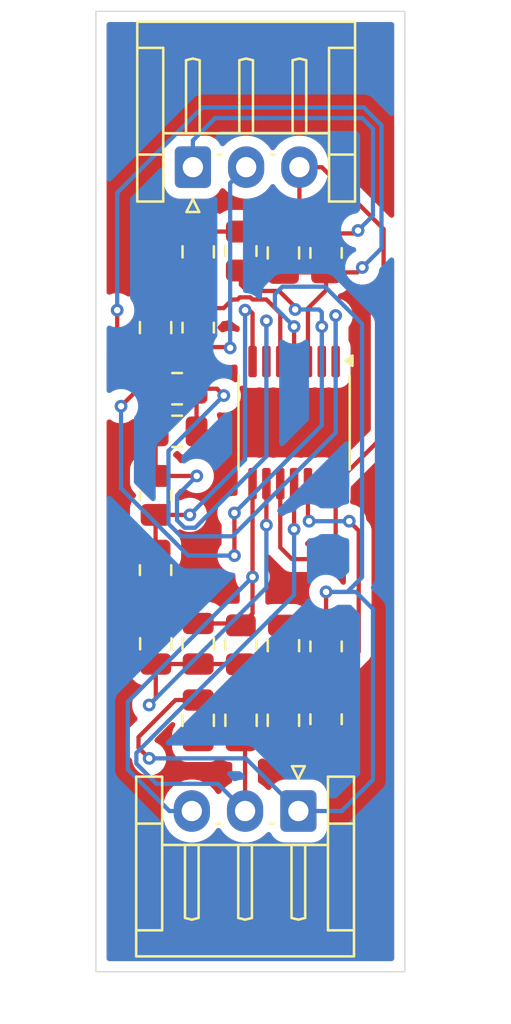
<source format=kicad_pcb>
(kicad_pcb (version 20241229) (generator "pcbnew") (generator_version "9.0")
  (title_block (title "EMG") (date "2025-09-26") (rev "v.01"))
  (layers (0 "F.Cu" signal) (2 "B.Cu" signal) (13 "F.Paste" user) (15 "B.Paste" user) (5 "F.SilkS" user "F.Silkscreen") (7 "B.SilkS" user "B.Silkscreen") (1 "F.Mask" user) (3 "B.Mask" user) (25 "Edge.Cuts" user))
  (net 0 "")
  (net 1 "ampRef")
  (net 2 "inaIN+")
  (net 3 "inaIN-")
  (net 4 "Net-(U1C--)")
  (net 5 "Net-(C4-Pad1)")
  (net 6 "bpfOUT")
  (net 7 "Net-(U1D-+)")
  (net 8 "+5V")
  (net 9 "GND")
  (net 10 "bioIN-")
  (net 11 "bioIN+")
  (net 12 "Net-(U1A--)")
  (net 13 "Net-(R4-Pad2)")
  (net 14 "Net-(U1B--)")
  (net 15 "inaOUT")
  (footprint "Capacitor_SMD:C_0805_2012Metric" (layer "F.Cu") (at 146.81 110.75 -90)
    (property "Reference" "C8" (hide yes))
    (property "Value" "100nF" (hide yes))
    (fp_line (start -0.261252 0.735) (end 0.261252 0.735) (stroke (width 0.12)) (layer "F.SilkS"))
    (fp_line (start -0.261252 -0.735) (end 0.261252 -0.735) (stroke (width 0.12)) (layer "F.SilkS"))
    (pad "1" smd roundrect (at -0.95 0 270) (size 1 1.45) (layers "F.Cu" "F.Mask" "F.Paste") (net 8 "+5V"))
    (pad "2" smd roundrect (at 0.95 0 270) (size 1 1.45) (layers "F.Cu" "F.Mask" "F.Paste") (net 9 "GND"))
  )
  (footprint "Capacitor_SMD:C_0805_2012Metric" (layer "F.Cu") (at 148.8 110.75 -90)
    (property "Reference" "C7" (hide yes))
    (property "Value" "2.2uF" (hide yes))
    (fp_line (start -0.261252 0.735) (end 0.261252 0.735) (stroke (width 0.12)) (layer "F.SilkS"))
    (fp_line (start -0.261252 -0.735) (end 0.261252 -0.735) (stroke (width 0.12)) (layer "F.SilkS"))
    (pad "1" smd roundrect (at -0.95 0 270) (size 1 1.45) (layers "F.Cu" "F.Mask" "F.Paste") (net 7 "Net-(U1D-+)"))
    (pad "2" smd roundrect (at 0.95 0 270) (size 1 1.45) (layers "F.Cu" "F.Mask" "F.Paste") (net 9 "GND"))
  )
  (footprint "Resistor_SMD:R_0805_2012Metric" (layer "F.Cu") (at 146.8 88.7625 -90)
    (property "Reference" "R3" (hide yes))
    (property "Value" "100k" (hide yes))
    (fp_line (start -0.227064 0.735) (end 0.227064 0.735) (stroke (width 0.12)) (layer "F.SilkS"))
    (fp_line (start -0.227064 -0.735) (end 0.227064 -0.735) (stroke (width 0.12)) (layer "F.SilkS"))
    (pad "1" smd roundrect (at -0.9125 0 270) (size 1.025 1.4) (layers "F.Cu" "F.Mask" "F.Paste") (roundrect_rratio 0.243902) (net 1 "ampRef"))
    (pad "2" smd roundrect (at 0.9125 0 270) (size 1.025 1.4) (layers "F.Cu" "F.Mask" "F.Paste") (roundrect_rratio 0.243902) (net 12 "Net-(U1A--)"))
  )
  (footprint "Capacitor_SMD:C_0805_2012Metric" (layer "F.Cu") (at 144.8 107.1625 90)
    (property "Reference" "C5" (hide yes))
    (property "Value" "1nF" (hide yes))
    (fp_line (start -0.261252 -0.735) (end 0.261252 -0.735) (stroke (width 0.12)) (layer "F.SilkS"))
    (fp_line (start -0.261252 0.735) (end 0.261252 0.735) (stroke (width 0.12)) (layer "F.SilkS"))
    (pad "1" smd roundrect (at -0.95 0 90) (size 1 1.45) (layers "F.Cu" "F.Mask" "F.Paste") (net 4 "Net-(U1C--)"))
    (pad "2" smd roundrect (at 0.95 0 90) (size 1 1.45) (layers "F.Cu" "F.Mask" "F.Paste") (net 6 "bpfOUT"))
  )
  (footprint "Resistor_SMD:R_0805_2012Metric" (layer "F.Cu") (at 150.8 88.85 -90)
    (property "Reference" "R2" (hide yes))
    (property "Value" "1k" (hide yes))
    (fp_line (start -0.227064 0.735) (end 0.227064 0.735) (stroke (width 0.12)) (layer "F.SilkS"))
    (fp_line (start -0.227064 -0.735) (end 0.227064 -0.735) (stroke (width 0.12)) (layer "F.SilkS"))
    (pad "1" smd roundrect (at -0.9125 0 270) (size 1.025 1.4) (layers "F.Cu" "F.Mask" "F.Paste") (roundrect_rratio 0.243902) (net 10 "bioIN-"))
    (pad "2" smd roundrect (at 0.9125 0 270) (size 1.025 1.4) (layers "F.Cu" "F.Mask" "F.Paste") (roundrect_rratio 0.243902) (net 3 "inaIN-"))
  )
  (footprint "Capacitor_SMD:C_0805_2012Metric" (layer "F.Cu") (at 144.8 88.8 90)
    (property "Reference" "C1" (hide yes))
    (property "Value" "100pF" (hide yes))
    (fp_line (start -0.261252 -0.735) (end 0.261252 -0.735) (stroke (width 0.12)) (layer "F.SilkS"))
    (fp_line (start -0.261252 0.735) (end 0.261252 0.735) (stroke (width 0.12)) (layer "F.SilkS"))
    (pad "1" smd roundrect (at -0.95 0 90) (size 1 1.45) (layers "F.Cu" "F.Mask" "F.Paste") (net 2 "inaIN+"))
    (pad "2" smd roundrect (at 0.95 0 90) (size 1 1.45) (layers "F.Cu" "F.Mask" "F.Paste") (net 1 "ampRef"))
  )
  (footprint "Capacitor_SMD:C_0805_2012Metric" (layer "F.Cu") (at 142.8 92.35 90)
    (property "Reference" "C2" (hide yes))
    (property "Value" "1nF" (hide yes))
    (fp_line (start -0.261252 -0.735) (end 0.261252 -0.735) (stroke (width 0.12)) (layer "F.SilkS"))
    (fp_line (start -0.261252 0.735) (end 0.261252 0.735) (stroke (width 0.12)) (layer "F.SilkS"))
    (pad "1" smd roundrect (at -0.95 0 90) (size 1 1.45) (layers "F.Cu" "F.Mask" "F.Paste") (net 3 "inaIN-"))
    (pad "2" smd roundrect (at 0.95 0 90) (size 1 1.45) (layers "F.Cu" "F.Mask" "F.Paste") (net 2 "inaIN+"))
  )
  (footprint "Package_SO:TSSOP-14_4.4x5mm_P0.65mm" (layer "F.Cu") (at 149.3 96.8 -90)
    (property "Reference" "U1" (hide yes))
    (property "Value" "OPA1664PW" (hide yes))
    (fp_line (start 0 2.61) (end -2.2 2.61) (stroke (width 0.12)) (layer "F.SilkS"))
    (fp_line (start 0 2.61) (end 2.2 2.61) (stroke (width 0.12)) (layer "F.SilkS"))
    (fp_line (start 0 -2.61) (end -2.2 -2.61) (stroke (width 0.12)) (layer "F.SilkS"))
    (fp_line (start 0 -2.61) (end 2.2 -2.61) (stroke (width 0.12)) (layer "F.SilkS"))
    (fp_poly (pts (xy -2.9 -2.41) (xy -3.14 -2.74) (xy -2.66 -2.74)) (stroke (width 0.12)) (fill yes) (layer "F.SilkS"))
    (pad "1" smd roundrect (at -2.8625 -1.95 270) (size 1.475 0.4) (layers "F.Cu" "F.Mask" "F.Paste") (net 13 "Net-(R4-Pad2)"))
    (pad "2" smd roundrect (at -2.8625 -1.3 270) (size 1.475 0.4) (layers "F.Cu" "F.Mask" "F.Paste") (net 12 "Net-(U1A--)"))
    (pad "3" smd roundrect (at -2.8625 -0.65 270) (size 1.475 0.4) (layers "F.Cu" "F.Mask" "F.Paste") (net 3 "inaIN-"))
    (pad "4" smd roundrect (at -2.8625 0 270) (size 1.475 0.4) (layers "F.Cu" "F.Mask" "F.Paste") (net 8 "+5V"))
    (pad "5" smd roundrect (at -2.8625 0.65 270) (size 1.475 0.4) (layers "F.Cu" "F.Mask" "F.Paste") (net 2 "inaIN+"))
    (pad "6" smd roundrect (at -2.8625 1.3 270) (size 1.475 0.4) (layers "F.Cu" "F.Mask" "F.Paste") (net 14 "Net-(U1B--)"))
    (pad "7" smd roundrect (at -2.8625 1.95 270) (size 1.475 0.4) (layers "F.Cu" "F.Mask" "F.Paste") (net 15 "inaOUT"))
    (pad "8" smd roundrect (at 2.8625 1.95 270) (size 1.475 0.4) (layers "F.Cu" "F.Mask" "F.Paste") (net 6 "bpfOUT"))
    (pad "9" smd roundrect (at 2.8625 1.3 270) (size 1.475 0.4) (layers "F.Cu" "F.Mask" "F.Paste") (net 4 "Net-(U1C--)"))
    (pad "10" smd roundrect (at 2.8625 0.65 270) (size 1.475 0.4) (layers "F.Cu" "F.Mask" "F.Paste") (net 1 "ampRef"))
    (pad "11" smd roundrect (at 2.8625 0 270) (size 1.475 0.4) (layers "F.Cu" "F.Mask" "F.Paste") (net 9 "GND"))
    (pad "12" smd roundrect (at 2.8625 -0.65 270) (size 1.475 0.4) (layers "F.Cu" "F.Mask" "F.Paste") (net 7 "Net-(U1D-+)"))
    (pad "13" smd roundrect (at 2.8625 -1.3 270) (size 1.475 0.4) (layers "F.Cu" "F.Mask" "F.Paste") (net 1 "ampRef"))
    (pad "14" smd roundrect (at 2.8625 -1.95 270) (size 1.475 0.4) (layers "F.Cu" "F.Mask" "F.Paste") (net 1 "ampRef"))
  )
  (footprint "Resistor_SMD:R_0805_2012Metric" (layer "F.Cu") (at 142.8 100.2125 -90)
    (property "Reference" "R6" (hide yes))
    (property "Value" "100k" (hide yes))
    (fp_line (start -0.227064 0.735) (end 0.227064 0.735) (stroke (width 0.12)) (layer "F.SilkS"))
    (fp_line (start -0.227064 -0.735) (end 0.227064 -0.735) (stroke (width 0.12)) (layer "F.SilkS"))
    (pad "1" smd roundrect (at -0.9125 0 270) (size 1.025 1.4) (layers "F.Cu" "F.Mask" "F.Paste") (roundrect_rratio 0.243902) (net 14 "Net-(U1B--)"))
    (pad "2" smd roundrect (at 0.9125 0 270) (size 1.025 1.4) (layers "F.Cu" "F.Mask" "F.Paste") (roundrect_rratio 0.243902) (net 15 "inaOUT"))
  )
  (footprint "Resistor_SMD:R_0805_2012Metric" (layer "F.Cu") (at 150.8 110.7 -90)
    (property "Reference" "R10" (hide yes))
    (property "Value" "1M" (hide yes))
    (fp_line (start -0.227064 0.735) (end 0.227064 0.735) (stroke (width 0.12)) (layer "F.SilkS"))
    (fp_line (start -0.227064 -0.735) (end 0.227064 -0.735) (stroke (width 0.12)) (layer "F.SilkS"))
    (pad "1" smd roundrect (at -0.9125 0 270) (size 1.025 1.4) (layers "F.Cu" "F.Mask" "F.Paste") (roundrect_rratio 0.243902) (net 7 "Net-(U1D-+)"))
    (pad "2" smd roundrect (at 0.9125 0 270) (size 1.025 1.4) (layers "F.Cu" "F.Mask" "F.Paste") (roundrect_rratio 0.243902) (net 9 "GND"))
  )
  (footprint "Connector_JST:JST_EH_S3B-EH_1x03_P2.50mm_Horizontal" (layer "F.Cu") (at 149.5 115 180)
    (property "Reference" "J1" (hide yes))
    (property "Value" "Conn_01x03_Socket" (hide yes))
    (fp_line (start 7.61 1.61) (end 6.39 1.61) (stroke (width 0.12)) (layer "F.SilkS"))
    (fp_line (start 7.61 -5.59) (end 6.39 -5.59) (stroke (width 0.12)) (layer "F.SilkS"))
    (fp_line (start 7.61 -6.81) (end 7.61 1.61) (stroke (width 0.12)) (layer "F.SilkS"))
    (fp_line (start 6.39 1.61) (end 6.39 -0.59) (stroke (width 0.12)) (layer "F.SilkS"))
    (fp_line (start 6.39 -0.59) (end 7.61 -0.59) (stroke (width 0.12)) (layer "F.SilkS"))
    (fp_line (start 6.39 -5.59) (end 6.39 -0.59) (stroke (width 0.12)) (layer "F.SilkS"))
    (fp_line (start 5.32 -1.59) (end 5 -1.59) (stroke (width 0.12)) (layer "F.SilkS"))
    (fp_line (start 5.32 -5.01) (end 5.32 -1.59) (stroke (width 0.12)) (layer "F.SilkS"))
    (fp_line (start 5 -1.59) (end 4.68 -1.59) (stroke (width 0.12)) (layer "F.SilkS"))
    (fp_line (start 5 -5.09) (end 5.32 -5.01) (stroke (width 0.12)) (layer "F.SilkS"))
    (fp_line (start 4.68 -1.59) (end 4.68 -5.01) (stroke (width 0.12)) (layer "F.SilkS"))
    (fp_line (start 4.68 -5.01) (end 5 -5.09) (stroke (width 0.12)) (layer "F.SilkS"))
    (fp_line (start 3.67 -0.59) (end 3.83 -0.59) (stroke (width 0.12)) (layer "F.SilkS"))
    (fp_line (start 2.82 -1.59) (end 2.5 -1.59) (stroke (width 0.12)) (layer "F.SilkS"))
    (fp_line (start 2.82 -5.01) (end 2.82 -1.59) (stroke (width 0.12)) (layer "F.SilkS"))
    (fp_line (start 2.5 -1.59) (end 2.18 -1.59) (stroke (width 0.12)) (layer "F.SilkS"))
    (fp_line (start 2.5 -5.09) (end 2.82 -5.01) (stroke (width 0.12)) (layer "F.SilkS"))
    (fp_line (start 2.18 -1.59) (end 2.18 -5.01) (stroke (width 0.12)) (layer "F.SilkS"))
    (fp_line (start 2.18 -5.01) (end 2.5 -5.09) (stroke (width 0.12)) (layer "F.SilkS"))
    (fp_line (start 1.17 -0.59) (end 1.33 -0.59) (stroke (width 0.12)) (layer "F.SilkS"))
    (fp_line (start 0.32 -1.59) (end 0 -1.59) (stroke (width 0.12)) (layer "F.SilkS"))
    (fp_line (start 0.32 -5.01) (end 0.32 -1.59) (stroke (width 0.12)) (layer "F.SilkS"))
    (fp_line (start 0.3 2.1) (end 0 1.5) (stroke (width 0.12)) (layer "F.SilkS"))
    (fp_line (start 0 1.5) (end -0.3 2.1) (stroke (width 0.12)) (layer "F.SilkS"))
    (fp_line (start 0 -1.59) (end -0.32 -1.59) (stroke (width 0.12)) (layer "F.SilkS"))
    (fp_line (start 0 -5.09) (end 0.32 -5.01) (stroke (width 0.12)) (layer "F.SilkS"))
    (fp_line (start -0.3 2.1) (end 0.3 2.1) (stroke (width 0.12)) (layer "F.SilkS"))
    (fp_line (start -0.32 -1.59) (end -0.32 -5.01) (stroke (width 0.12)) (layer "F.SilkS"))
    (fp_line (start -0.32 -5.01) (end 0 -5.09) (stroke (width 0.12)) (layer "F.SilkS"))
    (fp_line (start -1.39 1.61) (end -2.61 1.61) (stroke (width 0.12)) (layer "F.SilkS"))
    (fp_line (start -1.39 -0.59) (end -1.39 1.61) (stroke (width 0.12)) (layer "F.SilkS"))
    (fp_line (start -1.39 -0.59) (end -2.61 -0.59) (stroke (width 0.12)) (layer "F.SilkS"))
    (fp_line (start -1.39 -1.59) (end 6.39 -1.59) (stroke (width 0.12)) (layer "F.SilkS"))
    (fp_line (start -1.39 -5.59) (end -1.39 -0.59) (stroke (width 0.12)) (layer "F.SilkS"))
    (fp_line (start -2.61 1.61) (end -2.61 -6.81) (stroke (width 0.12)) (layer "F.SilkS"))
    (fp_line (start -2.61 -5.59) (end -1.39 -5.59) (stroke (width 0.12)) (layer "F.SilkS"))
    (fp_line (start -2.61 -6.81) (end 7.61 -6.81) (stroke (width 0.12)) (layer "F.SilkS"))
    (pad "1" thru_hole roundrect (at 0 0 180) (size 1.7 1.95) (drill 0.95) (layers "*.Cu" "*.Mask") (roundrect_rratio 0.147059) (net 8 "+5V"))
    (pad "2" thru_hole oval (at 2.5 0 180) (size 1.7 1.95) (drill 0.95) (layers "*.Cu" "*.Mask") (net 9 "GND"))
    (pad "3" thru_hole oval (at 5 0 180) (size 1.7 1.95) (drill 0.95) (layers "*.Cu" "*.Mask") (net 6 "bpfOUT"))
  )
  (footprint "Capacitor_SMD:C_0805_2012Metric" (layer "F.Cu") (at 148.8 88.85 -90)
    (property "Reference" "C3" (hide yes))
    (property "Value" "100pF" (hide yes))
    (fp_line (start -0.261252 0.735) (end 0.261252 0.735) (stroke (width 0.12)) (layer "F.SilkS"))
    (fp_line (start -0.261252 -0.735) (end 0.261252 -0.735) (stroke (width 0.12)) (layer "F.SilkS"))
    (pad "1" smd roundrect (at -0.95 0 270) (size 1 1.45) (layers "F.Cu" "F.Mask" "F.Paste") (net 1 "ampRef"))
    (pad "2" smd roundrect (at 0.95 0 270) (size 1 1.45) (layers "F.Cu" "F.Mask" "F.Paste") (net 3 "inaIN-"))
  )
  (footprint "Connector_JST:JST_EH_S3B-EH_1x03_P2.50mm_Horizontal" (layer "F.Cu") (at 144.55 84.8325)
    (property "Reference" "J2" (hide yes))
    (property "Value" "Conn_01x03_Socket" (hide yes))
    (fp_line (start -2.61 -6.81) (end 7.61 -6.81) (stroke (width 0.12)) (layer "F.SilkS"))
    (fp_line (start -2.61 -5.59) (end -1.39 -5.59) (stroke (width 0.12)) (layer "F.SilkS"))
    (fp_line (start -2.61 1.61) (end -2.61 -6.81) (stroke (width 0.12)) (layer "F.SilkS"))
    (fp_line (start -1.39 -5.59) (end -1.39 -0.59) (stroke (width 0.12)) (layer "F.SilkS"))
    (fp_line (start -1.39 -1.59) (end 6.39 -1.59) (stroke (width 0.12)) (layer "F.SilkS"))
    (fp_line (start -1.39 -0.59) (end -2.61 -0.59) (stroke (width 0.12)) (layer "F.SilkS"))
    (fp_line (start -1.39 -0.59) (end -1.39 1.61) (stroke (width 0.12)) (layer "F.SilkS"))
    (fp_line (start -1.39 1.61) (end -2.61 1.61) (stroke (width 0.12)) (layer "F.SilkS"))
    (fp_line (start -0.32 -5.01) (end 0 -5.09) (stroke (width 0.12)) (layer "F.SilkS"))
    (fp_line (start -0.32 -1.59) (end -0.32 -5.01) (stroke (width 0.12)) (layer "F.SilkS"))
    (fp_line (start -0.3 2.1) (end 0.3 2.1) (stroke (width 0.12)) (layer "F.SilkS"))
    (fp_line (start 0 -5.09) (end 0.32 -5.01) (stroke (width 0.12)) (layer "F.SilkS"))
    (fp_line (start 0 -1.59) (end -0.32 -1.59) (stroke (width 0.12)) (layer "F.SilkS"))
    (fp_line (start 0 1.5) (end -0.3 2.1) (stroke (width 0.12)) (layer "F.SilkS"))
    (fp_line (start 0.3 2.1) (end 0 1.5) (stroke (width 0.12)) (layer "F.SilkS"))
    (fp_line (start 0.32 -5.01) (end 0.32 -1.59) (stroke (width 0.12)) (layer "F.SilkS"))
    (fp_line (start 0.32 -1.59) (end 0 -1.59) (stroke (width 0.12)) (layer "F.SilkS"))
    (fp_line (start 1.17 -0.59) (end 1.33 -0.59) (stroke (width 0.12)) (layer "F.SilkS"))
    (fp_line (start 2.18 -5.01) (end 2.5 -5.09) (stroke (width 0.12)) (layer "F.SilkS"))
    (fp_line (start 2.18 -1.59) (end 2.18 -5.01) (stroke (width 0.12)) (layer "F.SilkS"))
    (fp_line (start 2.5 -5.09) (end 2.82 -5.01) (stroke (width 0.12)) (layer "F.SilkS"))
    (fp_line (start 2.5 -1.59) (end 2.18 -1.59) (stroke (width 0.12)) (layer "F.SilkS"))
    (fp_line (start 2.82 -5.01) (end 2.82 -1.59) (stroke (width 0.12)) (layer "F.SilkS"))
    (fp_line (start 2.82 -1.59) (end 2.5 -1.59) (stroke (width 0.12)) (layer "F.SilkS"))
    (fp_line (start 3.67 -0.59) (end 3.83 -0.59) (stroke (width 0.12)) (layer "F.SilkS"))
    (fp_line (start 4.68 -5.01) (end 5 -5.09) (stroke (width 0.12)) (layer "F.SilkS"))
    (fp_line (start 4.68 -1.59) (end 4.68 -5.01) (stroke (width 0.12)) (layer "F.SilkS"))
    (fp_line (start 5 -5.09) (end 5.32 -5.01) (stroke (width 0.12)) (layer "F.SilkS"))
    (fp_line (start 5 -1.59) (end 4.68 -1.59) (stroke (width 0.12)) (layer "F.SilkS"))
    (fp_line (start 5.32 -5.01) (end 5.32 -1.59) (stroke (width 0.12)) (layer "F.SilkS"))
    (fp_line (start 5.32 -1.59) (end 5 -1.59) (stroke (width 0.12)) (layer "F.SilkS"))
    (fp_line (start 6.39 -5.59) (end 6.39 -0.59) (stroke (width 0.12)) (layer "F.SilkS"))
    (fp_line (start 6.39 -0.59) (end 7.61 -0.59) (stroke (width 0.12)) (layer "F.SilkS"))
    (fp_line (start 6.39 1.61) (end 6.39 -0.59) (stroke (width 0.12)) (layer "F.SilkS"))
    (fp_line (start 7.61 -6.81) (end 7.61 1.61) (stroke (width 0.12)) (layer "F.SilkS"))
    (fp_line (start 7.61 -5.59) (end 6.39 -5.59) (stroke (width 0.12)) (layer "F.SilkS"))
    (fp_line (start 7.61 1.61) (end 6.39 1.61) (stroke (width 0.12)) (layer "F.SilkS"))
    (pad "1" thru_hole roundrect (at 0 0) (size 1.7 1.95) (drill 0.95) (layers "*.Cu" "*.Mask") (roundrect_rratio 0.147059) (net 10 "bioIN-"))
    (pad "2" thru_hole oval (at 2.5 0) (size 1.7 1.95) (drill 0.95) (layers "*.Cu" "*.Mask") (net 11 "bioIN+"))
    (pad "3" thru_hole oval (at 5 0) (size 1.7 1.95) (drill 0.95) (layers "*.Cu" "*.Mask") (net 1 "ampRef"))
  )
  (footprint "Resistor_SMD:R_0805_2012Metric" (layer "F.Cu") (at 143.81 97.2125 180)
    (property "Reference" "R5" (hide yes))
    (property "Value" "10k" (hide yes))
    (fp_line (start -0.227064 0.735) (end 0.227064 0.735) (stroke (width 0.12)) (layer "F.SilkS"))
    (fp_line (start -0.227064 -0.735) (end 0.227064 -0.735) (stroke (width 0.12)) (layer "F.SilkS"))
    (pad "1" smd roundrect (at -0.9125 0 180) (size 1.025 1.4) (layers "F.Cu" "F.Mask" "F.Paste") (roundrect_rratio 0.243902) (net 13 "Net-(R4-Pad2)"))
    (pad "2" smd roundrect (at 0.9125 0 180) (size 1.025 1.4) (layers "F.Cu" "F.Mask" "F.Paste") (roundrect_rratio 0.243902) (net 14 "Net-(U1B--)"))
  )
  (footprint "Resistor_SMD:R_0805_2012Metric" (layer "F.Cu") (at 144.8 92.35 90)
    (property "Reference" "R1" (hide yes))
    (property "Value" "1k" (hide yes))
    (fp_line (start -0.227064 -0.735) (end 0.227064 -0.735) (stroke (width 0.12)) (layer "F.SilkS"))
    (fp_line (start -0.227064 0.735) (end 0.227064 0.735) (stroke (width 0.12)) (layer "F.SilkS"))
    (pad "1" smd roundrect (at -0.9125 0 90) (size 1.025 1.4) (layers "F.Cu" "F.Mask" "F.Paste") (roundrect_rratio 0.243902) (net 11 "bioIN+"))
    (pad "2" smd roundrect (at 0.9125 0 90) (size 1.025 1.4) (layers "F.Cu" "F.Mask" "F.Paste") (roundrect_rratio 0.243902) (net 2 "inaIN+"))
  )
  (footprint "Resistor_SMD:R_0805_2012Metric" (layer "F.Cu") (at 146.8 107.2125 90)
    (property "Reference" "R8" (hide yes))
    (property "Value" "220k" (hide yes))
    (fp_line (start -0.227064 -0.735) (end 0.227064 -0.735) (stroke (width 0.12)) (layer "F.SilkS"))
    (fp_line (start -0.227064 0.735) (end 0.227064 0.735) (stroke (width 0.12)) (layer "F.SilkS"))
    (pad "1" smd roundrect (at -0.9125 0 90) (size 1.025 1.4) (layers "F.Cu" "F.Mask" "F.Paste") (roundrect_rratio 0.243902) (net 4 "Net-(U1C--)"))
    (pad "2" smd roundrect (at 0.9125 0 90) (size 1.025 1.4) (layers "F.Cu" "F.Mask" "F.Paste") (roundrect_rratio 0.243902) (net 6 "bpfOUT"))
  )
  (footprint "Capacitor_SMD:C_0805_2012Metric" (layer "F.Cu") (at 144.8 110.75 -90)
    (property "Reference" "C9" (hide yes))
    (property "Value" "47uF" (hide yes))
    (fp_line (start -0.261252 0.735) (end 0.261252 0.735) (stroke (width 0.12)) (layer "F.SilkS"))
    (fp_line (start -0.261252 -0.735) (end 0.261252 -0.735) (stroke (width 0.12)) (layer "F.SilkS"))
    (pad "1" smd roundrect (at -0.95 0 270) (size 1 1.45) (layers "F.Cu" "F.Mask" "F.Paste") (net 8 "+5V"))
    (pad "2" smd roundrect (at 0.95 0 270) (size 1 1.45) (layers "F.Cu" "F.Mask" "F.Paste") (net 9 "GND"))
  )
  (footprint "Resistor_SMD:R_0805_2012Metric" (layer "F.Cu") (at 150.8 107.2875 -90)
    (property "Reference" "R9" (hide yes))
    (property "Value" "1M" (hide yes))
    (fp_line (start -0.227064 0.735) (end 0.227064 0.735) (stroke (width 0.12)) (layer "F.SilkS"))
    (fp_line (start -0.227064 -0.735) (end 0.227064 -0.735) (stroke (width 0.12)) (layer "F.SilkS"))
    (pad "1" smd roundrect (at -0.9125 0 270) (size 1.025 1.4) (layers "F.Cu" "F.Mask" "F.Paste") (roundrect_rratio 0.243902) (net 8 "+5V"))
    (pad "2" smd roundrect (at 0.9125 0 270) (size 1.025 1.4) (layers "F.Cu" "F.Mask" "F.Paste") (roundrect_rratio 0.243902) (net 7 "Net-(U1D-+)"))
  )
  (footprint "Capacitor_SMD:C_0805_2012Metric" (layer "F.Cu") (at 142.81 107.1625 -90)
    (property "Reference" "C4" (hide yes))
    (property "Value" "2.2uF" (hide yes))
    (fp_line (start -0.261252 0.735) (end 0.261252 0.735) (stroke (width 0.12)) (layer "F.SilkS"))
    (fp_line (start -0.261252 -0.735) (end 0.261252 -0.735) (stroke (width 0.12)) (layer "F.SilkS"))
    (pad "1" smd roundrect (at -0.95 0 270) (size 1 1.45) (layers "F.Cu" "F.Mask" "F.Paste") (net 5 "Net-(C4-Pad1)"))
    (pad "2" smd roundrect (at 0.95 0 270) (size 1 1.45) (layers "F.Cu" "F.Mask" "F.Paste") (net 4 "Net-(U1C--)"))
  )
  (footprint "Capacitor_SMD:C_0805_2012Metric" (layer "F.Cu") (at 148.8 107.25 -90)
    (property "Reference" "C6" (hide yes))
    (property "Value" "100nF" (hide yes))
    (fp_line (start -0.261252 0.735) (end 0.261252 0.735) (stroke (width 0.12)) (layer "F.SilkS"))
    (fp_line (start -0.261252 -0.735) (end 0.261252 -0.735) (stroke (width 0.12)) (layer "F.SilkS"))
    (pad "1" smd roundrect (at -0.95 0 270) (size 1 1.45) (layers "F.Cu" "F.Mask" "F.Paste") (net 8 "+5V"))
    (pad "2" smd roundrect (at 0.95 0 270) (size 1 1.45) (layers "F.Cu" "F.Mask" "F.Paste") (net 7 "Net-(U1D-+)"))
  )
  (footprint "Resistor_SMD:R_0805_2012Metric" (layer "F.Cu") (at 143.81 95.2125)
    (property "Reference" "R4" (hide yes))
    (property "Value" "10k" (hide yes))
    (fp_line (start -0.227064 -0.735) (end 0.227064 -0.735) (stroke (width 0.12)) (layer "F.SilkS"))
    (fp_line (start -0.227064 0.735) (end 0.227064 0.735) (stroke (width 0.12)) (layer "F.SilkS"))
    (pad "1" smd roundrect (at -0.9125 0) (size 1.025 1.4) (layers "F.Cu" "F.Mask" "F.Paste") (roundrect_rratio 0.243902) (net 12 "Net-(U1A--)"))
    (pad "2" smd roundrect (at 0.9125 0) (size 1.025 1.4) (layers "F.Cu" "F.Mask" "F.Paste") (roundrect_rratio 0.243902) (net 13 "Net-(R4-Pad2)"))
  )
  (footprint "Resistor_SMD:R_0805_2012Metric" (layer "F.Cu") (at 142.8 103.7125 -90)
    (property "Reference" "R7" (hide yes))
    (property "Value" "1k" (hide yes))
    (fp_line (start -0.227064 0.735) (end 0.227064 0.735) (stroke (width 0.12)) (layer "F.SilkS"))
    (fp_line (start -0.227064 -0.735) (end 0.227064 -0.735) (stroke (width 0.12)) (layer "F.SilkS"))
    (pad "1" smd roundrect (at -0.9125 0 270) (size 1.025 1.4) (layers "F.Cu" "F.Mask" "F.Paste") (roundrect_rratio 0.243902) (net 15 "inaOUT"))
    (pad "2" smd roundrect (at 0.9125 0 270) (size 1.025 1.4) (layers "F.Cu" "F.Mask" "F.Paste") (roundrect_rratio 0.243902) (net 5 "Net-(C4-Pad1)"))
  )
  (gr_rect (start 140 77.5325) (end 154.5 122.5325) (stroke (width 0.05)) (fill no) (layer "Edge.Cuts"))
  (segment (start 153.5 97.4125) (end 153.5 87.7325) (width 0.2) (layer "F.Cu") (net 1))
  (segment (start 148.65 102.65) (end 149.199 103.199) (width 0.2) (layer "F.Cu") (net 1))
  (segment (start 150.6 84.8325) (end 149.55 84.8325) (width 0.2) (layer "F.Cu") (net 1))
  (segment (start 149.199 103.199) (end 150 103.199) (width 0.2) (layer "F.Cu") (net 1))
  (segment (start 150.8335 103.199) (end 151.25 102.7825) (width 0.2) (layer "F.Cu") (net 1))
  (segment (start 151.25 99.6625) (end 150.6 99.6625) (width 0.2) (layer "F.Cu") (net 1))
  (segment (start 148.75 87.85) (end 148.8 87.9) (width 0.2) (layer "F.Cu") (net 1))
  (segment (start 149.55 84.8325) (end 149.55 87.15) (width 0.2) (layer "F.Cu") (net 1))
  (segment (start 151.25 99.6625) (end 153.5 97.4125) (width 0.2) (layer "F.Cu") (net 1))
  (segment (start 144.8 87.85) (end 148.75 87.85) (width 0.2) (layer "F.Cu") (net 1))
  (segment (start 148.65 99.6625) (end 148.65 102.65) (width 0.2) (layer "F.Cu") (net 1))
  (segment (start 153.5 87.7325) (end 150.6 84.8325) (width 0.2) (layer "F.Cu") (net 1))
  (segment (start 149.55 87.15) (end 148.8 87.9) (width 0.2) (layer "F.Cu") (net 1))
  (segment (start 150 103.199) (end 150.8335 103.199) (width 0.2) (layer "F.Cu") (net 1))
  (segment (start 151.25 102.7825) (end 151.25 99.6625) (width 0.2) (layer "F.Cu") (net 1))
  (segment (start 147.349943 91.0325) (end 147.248943 90.9315) (width 0.2) (layer "F.Cu") (net 2))
  (segment (start 146.650057 91.0325) (end 146.399 91.0325) (width 0.2) (layer "F.Cu") (net 2))
  (segment (start 142.8375 91.4375) (end 142.8 91.4) (width 0.2) (layer "F.Cu") (net 2))
  (segment (start 148 91.0325) (end 147.349943 91.0325) (width 0.2) (layer "F.Cu") (net 2))
  (segment (start 144.8 89.75) (end 144.8 91.4375) (width 0.2) (layer "F.Cu") (net 2))
  (segment (start 148.65 93.9375) (end 148.65 91.6825) (width 0.2) (layer "F.Cu") (net 2))
  (segment (start 146.399 91.0325) (end 145.994 91.4375) (width 0.2) (layer "F.Cu") (net 2))
  (segment (start 148.65 91.6825) (end 148 91.0325) (width 0.2) (layer "F.Cu") (net 2))
  (segment (start 144.8 91.4375) (end 142.8375 91.4375) (width 0.2) (layer "F.Cu") (net 2))
  (segment (start 147.248943 90.9315) (end 146.751057 90.9315) (width 0.2) (layer "F.Cu") (net 2))
  (segment (start 145.994 91.4375) (end 144.8 91.4375) (width 0.2) (layer "F.Cu") (net 2))
  (segment (start 146.751057 90.9315) (end 146.650057 91.0325) (width 0.2) (layer "F.Cu") (net 2))
  (segment (start 150.8 89.7625) (end 148.8375 89.7625) (width 0.2) (layer "F.Cu") (net 3))
  (segment (start 141 91.5325) (end 141 93.0675) (width 0.2) (layer "F.Cu") (net 3))
  (segment (start 152.27 89.7625) (end 152.5 89.5325) (width 0.2) (layer "F.Cu") (net 3))
  (segment (start 141.2325 93.3) (end 142.8 93.3) (width 0.2) (layer "F.Cu") (net 3))
  (segment (start 150.8 89.7625) (end 152.27 89.7625) (width 0.2) (layer "F.Cu") (net 3))
  (segment (start 150.8 90.6) (end 150.8 89.7625) (width 0.2) (layer "F.Cu") (net 3))
  (segment (start 149.95 91.45) (end 150.8 90.6) (width 0.2) (layer "F.Cu") (net 3))
  (segment (start 149.95 93.9375) (end 149.95 91.45) (width 0.2) (layer "F.Cu") (net 3))
  (segment (start 148.8375 89.7625) (end 148.8 89.8) (width 0.2) (layer "F.Cu") (net 3))
  (segment (start 141 93.0675) (end 141.2325 93.3) (width 0.2) (layer "F.Cu") (net 3))
  (via (at 152.5 89.5325) (size 0.6) (drill 0.3) (layers "F.Cu" "B.Cu") (net 3))
  (via (at 141 91.5325) (size 0.6) (drill 0.3) (layers "F.Cu" "B.Cu") (net 3))
  (segment (start 152.5671 82.0325) (end 153.401 82.8664) (width 0.2) (layer "B.Cu") (net 3))
  (segment (start 141 91.5325) (end 141 86.0325) (width 0.2) (layer "B.Cu") (net 3))
  (segment (start 145 82.0325) (end 152.5671 82.0325) (width 0.2) (layer "B.Cu") (net 3))
  (segment (start 141 86.0325) (end 145 82.0325) (width 0.2) (layer "B.Cu") (net 3))
  (segment (start 153.401 88.6315) (end 152.5 89.5325) (width 0.2) (layer "B.Cu") (net 3))
  (segment (start 153.401 82.8664) (end 153.401 88.6315) (width 0.2) (layer "B.Cu") (net 3))
  (segment (start 146.7875 108.1125) (end 146.8 108.125) (width 0.2) (layer "F.Cu") (net 4))
  (segment (start 148 99.6625) (end 148 101.6) (width 0.2) (layer "F.Cu") (net 4))
  (segment (start 144.8 108.1125) (end 146.7875 108.1125) (width 0.2) (layer "F.Cu") (net 4))
  (segment (start 142.81 108.1125) (end 142.81 109.7225) (width 0.2) (layer "F.Cu") (net 4))
  (segment (start 142.81 109.7225) (end 142.5 110.0325) (width 0.2) (layer "F.Cu") (net 4))
  (segment (start 142.81 108.1125) (end 144.8 108.1125) (width 0.2) (layer "F.Cu") (net 4))
  (via (at 142.5 110.0325) (size 0.6) (drill 0.3) (layers "F.Cu" "B.Cu") (net 4))
  (via (at 148 101.6) (size 0.6) (drill 0.3) (layers "F.Cu" "B.Cu") (net 4))
  (segment (start 148 104.5325) (end 142.5 110.0325) (width 0.2) (layer "B.Cu") (net 4))
  (segment (start 148 101.6) (end 148 104.5325) (width 0.2) (layer "B.Cu") (net 4))
  (segment (start 142.81 104.635) (end 142.8 104.625) (width 0.2) (layer "F.Cu") (net 5))
  (segment (start 142.81 106.2125) (end 142.81 104.635) (width 0.2) (layer "F.Cu") (net 5))
  (segment (start 147.35 104.0325) (end 147.35 105.75) (width 0.2) (layer "F.Cu") (net 6))
  (segment (start 144.8 106.2125) (end 146.7125 106.2125) (width 0.2) (layer "F.Cu") (net 6))
  (segment (start 147.35 99.6625) (end 147.35 104.0325) (width 0.2) (layer "F.Cu") (net 6))
  (segment (start 146.7125 106.2125) (end 146.8 106.3) (width 0.2) (layer "F.Cu") (net 6))
  (segment (start 147.35 105.75) (end 146.8 106.3) (width 0.2) (layer "F.Cu") (net 6))
  (via (at 147.35 104.0325) (size 0.6) (drill 0.3) (layers "F.Cu" "B.Cu") (net 6))
  (segment (start 143.45 115) (end 144.5 115) (width 0.2) (layer "B.Cu") (net 6))
  (segment (start 141.498 113.048) (end 143.45 115) (width 0.2) (layer "B.Cu") (net 6))
  (segment (start 147.35 104.0325) (end 141.498 109.8845) (width 0.2) (layer "B.Cu") (net 6))
  (segment (start 141.498 109.8845) (end 141.498 113.048) (width 0.2) (layer "B.Cu") (net 6))
  (segment (start 150.8 109.7875) (end 150.8 108.2) (width 0.2) (layer "F.Cu") (net 7))
  (segment (start 152.3325 107.5325) (end 152.3325 101.865) (width 0.2) (layer "F.Cu") (net 7))
  (segment (start 148.8 108.2) (end 150.8 108.2) (width 0.2) (layer "F.Cu") (net 7))
  (segment (start 148.8 108.2) (end 148.8 109.8) (width 0.2) (layer "F.Cu") (net 7))
  (segment (start 149.95 99.6625) (end 149.95 101.45) (width 0.2) (layer "F.Cu") (net 7))
  (segment (start 150.8 109.7875) (end 148.8125 109.7875) (width 0.2) (layer "F.Cu") (net 7))
  (segment (start 148.8125 109.7875) (end 148.8 109.8) (width 0.2) (layer "F.Cu") (net 7))
  (segment (start 152.3325 101.865) (end 151.888219 101.420719) (width 0.2) (layer "F.Cu") (net 7))
  (segment (start 151.665 108.2) (end 152.3325 107.5325) (width 0.2) (layer "F.Cu") (net 7))
  (segment (start 150.8 108.2) (end 151.665 108.2) (width 0.2) (layer "F.Cu") (net 7))
  (via (at 151.888219 101.420719) (size 0.6) (drill 0.3) (layers "F.Cu" "B.Cu") (net 7))
  (via (at 150.004379 101.420719) (size 0.6) (drill 0.3) (layers "F.Cu" "B.Cu") (net 7))
  (segment (start 150.004379 101.420719) (end 151.888219 101.420719) (width 0.2) (layer "B.Cu") (net 7))
  (segment (start 149.3 93.9375) (end 149.3 92.3) (width 0.2) (layer "F.Cu") (net 8))
  (segment (start 142 111.5325) (end 142 112.0325) (width 0.2) (layer "F.Cu") (net 8))
  (segment (start 144.8 109.8) (end 143.7325 109.8) (width 0.2) (layer "F.Cu") (net 8))
  (segment (start 148.875 106.375) (end 148.8 106.3) (width 0.2) (layer "F.Cu") (net 8))
  (segment (start 142 112.0325) (end 142.5 112.5325) (width 0.2) (layer "F.Cu") (net 8))
  (segment (start 143.7325 109.8) (end 142 111.5325) (width 0.2) (layer "F.Cu") (net 8))
  (segment (start 150.8 106.375) (end 150.8 104.7325) (width 0.2) (layer "F.Cu") (net 8))
  (segment (start 150.8 106.375) (end 148.875 106.375) (width 0.2) (layer "F.Cu") (net 8))
  (segment (start 146.81 109.8) (end 144.8 109.8) (width 0.2) (layer "F.Cu") (net 8))
  (via (at 142.5 112.5325) (size 0.6) (drill 0.3) (layers "F.Cu" "B.Cu") (net 8))
  (via (at 150.8 104.7325) (size 0.6) (drill 0.3) (layers "F.Cu" "B.Cu") (net 8))
  (via (at 149.3 92.3) (size 0.6) (drill 0.3) (layers "F.Cu" "B.Cu") (net 8))
  (segment (start 150.748943 90.4315) (end 152.489219 92.171776) (width 0.2) (layer "B.Cu") (net 8))
  (segment (start 151.8 104.7325) (end 150.8 104.7325) (width 0.2) (layer "B.Cu") (net 8))
  (segment (start 153 113.5325) (end 153 105.5325) (width 0.2) (layer "B.Cu") (net 8))
  (segment (start 147.0325 112.5325) (end 142.5 112.5325) (width 0.2) (layer "B.Cu") (net 8))
  (segment (start 152.2 104.7325) (end 150.8 104.7325) (width 0.2) (layer "B.Cu") (net 8))
  (segment (start 148.399 91.399) (end 148.399 90.783557) (width 0.2) (layer "B.Cu") (net 8))
  (segment (start 149.5 115) (end 147.0325 112.5325) (width 0.2) (layer "B.Cu") (net 8))
  (segment (start 152.489219 92.171776) (end 152.489219 104.043281) (width 0.2) (layer "B.Cu") (net 8))
  (segment (start 152.489219 104.043281) (end 151.8 104.7325) (width 0.2) (layer "B.Cu") (net 8))
  (segment (start 148.751057 90.4315) (end 150.748943 90.4315) (width 0.2) (layer "B.Cu") (net 8))
  (segment (start 149.5 115) (end 151.5325 115) (width 0.2) (layer "B.Cu") (net 8))
  (segment (start 149.3 92.3) (end 148.399 91.399) (width 0.2) (layer "B.Cu") (net 8))
  (segment (start 148.399 90.783557) (end 148.751057 90.4315) (width 0.2) (layer "B.Cu") (net 8))
  (segment (start 151.5325 115) (end 153 113.5325) (width 0.2) (layer "B.Cu") (net 8))
  (segment (start 153 105.5325) (end 152.2 104.7325) (width 0.2) (layer "B.Cu") (net 8))
  (segment (start 150.8 111.6125) (end 144.8875 111.6125) (width 0.2) (layer "F.Cu") (net 9))
  (segment (start 147 111.89) (end 146.81 111.7) (width 0.2) (layer "F.Cu") (net 9))
  (segment (start 147 115) (end 147 111.89) (width 0.2) (layer "F.Cu") (net 9))
  (segment (start 149.3 99.6625) (end 149.3 101.8) (width 0.2) (layer "F.Cu") (net 9))
  (segment (start 144.8875 111.6125) (end 144.8 111.7) (width 0.2) (layer "F.Cu") (net 9))
  (via (at 149.3 101.8) (size 0.6) (drill 0.3) (layers "F.Cu" "B.Cu") (net 9))
  (segment (start 149.3 101.8) (end 149.3 104.882557) (width 0.2) (layer "B.Cu") (net 9))
  (segment (start 145.724 113.724) (end 147 115) (width 0.2) (layer "B.Cu") (net 9))
  (segment (start 149.3 104.882557) (end 141.899 112.283557) (width 0.2) (layer "B.Cu") (net 9))
  (segment (start 142.841557 113.724) (end 145.724 113.724) (width 0.2) (layer "B.Cu") (net 9))
  (segment (start 141.899 112.283557) (end 141.899 112.781443) (width 0.2) (layer "B.Cu") (net 9))
  (segment (start 141.899 112.781443) (end 142.841557 113.724) (width 0.2) (layer "B.Cu") (net 9))
  (segment (start 150.8 87.9375) (end 152.1625 87.9375) (width 0.2) (layer "F.Cu") (net 10))
  (segment (start 152.1625 87.9375) (end 152.3 87.8) (width 0.2) (layer "F.Cu") (net 10))
  (via (at 152.3 87.8) (size 0.6) (drill 0.3) (layers "F.Cu" "B.Cu") (net 10))
  (segment (start 145.6 82.5325) (end 144.55 83.5825) (width 0.2) (layer "B.Cu") (net 10))
  (segment (start 152.5 82.5325) (end 145.6 82.5325) (width 0.2) (layer "B.Cu") (net 10))
  (segment (start 152.3 87.8) (end 153 87.1) (width 0.2) (layer "B.Cu") (net 10))
  (segment (start 153 87.1) (end 153 83.0325) (width 0.2) (layer "B.Cu") (net 10))
  (segment (start 144.55 83.5825) (end 144.55 84.8325) (width 0.2) (layer "B.Cu") (net 10))
  (segment (start 153 83.0325) (end 152.5 82.5325) (width 0.2) (layer "B.Cu") (net 10))
  (segment (start 146.3 93.3) (end 146.2625 93.2625) (width 0.2) (layer "F.Cu") (net 11))
  (segment (start 144.8 93.2625) (end 146.2625 93.2625) (width 0.2) (layer "F.Cu") (net 11))
  (via (at 146.3 93.3) (size 0.6) (drill 0.3) (layers "F.Cu" "B.Cu") (net 11))
  (segment (start 147.05 84.8325) (end 146.3 85.5825) (width 0.2) (layer "B.Cu") (net 11))
  (segment (start 146.3 85.5825) (end 146.3 93.3) (width 0.2) (layer "B.Cu") (net 11))
  (segment (start 146.998 90.5305) (end 146.8 90.3325) (width 0.2) (layer "F.Cu") (net 12))
  (segment (start 146.8 90.3325) (end 146.8 89.675) (width 0.2) (layer "F.Cu") (net 12))
  (segment (start 147.415043 90.5305) (end 146.998 90.5305) (width 0.2) (layer "F.Cu") (net 12))
  (segment (start 147.516043 90.6315) (end 147.415043 90.5305) (width 0.2) (layer "F.Cu") (net 12))
  (segment (start 142.8975 95.2125) (end 142 95.2125) (width 0.2) (layer "F.Cu") (net 12))
  (segment (start 142 95.2125) (end 141.18 96.0325) (width 0.2) (layer "F.Cu") (net 12))
  (segment (start 146.5 101.0325) (end 146.5 102.5325) (width 0.2) (layer "F.Cu") (net 12))
  (segment (start 149.35 91.501472) (end 149.35 91.3825) (width 0.2) (layer "F.Cu") (net 12))
  (segment (start 149.35 91.3825) (end 148.599 90.6315) (width 0.2) (layer "F.Cu") (net 12))
  (segment (start 148.599 90.6315) (end 147.516043 90.6315) (width 0.2) (layer "F.Cu") (net 12))
  (segment (start 146.5 102.5325) (end 146.5 103.0325) (width 0.2) (layer "F.Cu") (net 12))
  (segment (start 150.6 93.9375) (end 150.6 92.3) (width 0.2) (layer "F.Cu") (net 12))
  (via (at 149.35 91.501472) (size 0.6) (drill 0.3) (layers "F.Cu" "B.Cu") (net 12))
  (via (at 150.6 92.3) (size 0.6) (drill 0.3) (layers "F.Cu" "B.Cu") (net 12))
  (via (at 146.5 101.0325) (size 0.6) (drill 0.3) (layers "F.Cu" "B.Cu") (net 12))
  (via (at 141.18 96.0325) (size 0.6) (drill 0.3) (layers "F.Cu" "B.Cu") (net 12))
  (via (at 146.5 103.0325) (size 0.6) (drill 0.3) (layers "F.Cu" "B.Cu") (net 12))
  (segment (start 149.35 91.501472) (end 150.468972 91.501472) (width 0.2) (layer "B.Cu") (net 12))
  (segment (start 150.468972 91.501472) (end 150.6 91.6325) (width 0.2) (layer "B.Cu") (net 12))
  (segment (start 141.18 96.0325) (end 141.18 99.881643) (width 0.2) (layer "B.Cu") (net 12))
  (segment (start 150.6 91.6325) (end 150.6 92.3) (width 0.2) (layer "B.Cu") (net 12))
  (segment (start 144.330857 103.0325) (end 146.5 103.0325) (width 0.2) (layer "B.Cu") (net 12))
  (segment (start 150.6 92.3) (end 150.6 96.9325) (width 0.2) (layer "B.Cu") (net 12))
  (segment (start 150.6 96.9325) (end 146.5 101.0325) (width 0.2) (layer "B.Cu") (net 12))
  (segment (start 141.18 99.881643) (end 144.330857 103.0325) (width 0.2) (layer "B.Cu") (net 12))
  (segment (start 144.7225 95.2125) (end 145.68 95.2125) (width 0.2) (layer "F.Cu") (net 13))
  (segment (start 144.7225 95.2125) (end 144.7225 97.2125) (width 0.2) (layer "F.Cu") (net 13))
  (segment (start 151.25 93.9375) (end 151.25 91.7825) (width 0.2) (layer "F.Cu") (net 13))
  (segment (start 145.68 95.2125) (end 146 95.5325) (width 0.2) (layer "F.Cu") (net 13))
  (via (at 146 95.5325) (size 0.6) (drill 0.3) (layers "F.Cu" "B.Cu") (net 13))
  (via (at 151.25 91.7825) (size 0.6) (drill 0.3) (layers "F.Cu" "B.Cu") (net 13))
  (segment (start 146.4055 102.127) (end 143.992457 102.127) (width 0.2) (layer "B.Cu") (net 13))
  (segment (start 143.992457 102.127) (end 143.4055 101.540043) (width 0.2) (layer "B.Cu") (net 13))
  (segment (start 143.4055 101.540043) (end 143.4055 98.127) (width 0.2) (layer "B.Cu") (net 13))
  (segment (start 151.25 97.2825) (end 146.4055 102.127) (width 0.2) (layer "B.Cu") (net 13))
  (segment (start 143.4055 98.127) (end 146 95.5325) (width 0.2) (layer "B.Cu") (net 13))
  (segment (start 151.25 91.7825) (end 151.25 97.2825) (width 0.2) (layer "B.Cu") (net 13))
  (segment (start 143.3 97.615) (end 142.8975 97.2125) (width 0.2) (layer "F.Cu") (net 14))
  (segment (start 142.8 99.3) (end 144.7325 99.3) (width 0.2) (layer "F.Cu") (net 14))
  (segment (start 148 92.0325) (end 148 92) (width 0.2) (layer "F.Cu") (net 14))
  (segment (start 142.8 97.31) (end 142.8975 97.2125) (width 0.2) (layer "F.Cu") (net 14))
  (segment (start 148 93.9375) (end 148 92.0325) (width 0.2) (layer "F.Cu") (net 14))
  (segment (start 142.8 99.3) (end 142.8 97.31) (width 0.2) (layer "F.Cu") (net 14))
  (via (at 148 92.0325) (size 0.6) (drill 0.3) (layers "F.Cu" "B.Cu") (net 14))
  (via (at 144.7325 99.3) (size 0.6) (drill 0.3) (layers "F.Cu" "B.Cu") (net 14))
  (segment (start 143.8065 101.373943) (end 143.8065 100.226) (width 0.2) (layer "B.Cu") (net 14))
  (segment (start 144.656443 101.726) (end 144.158557 101.726) (width 0.2) (layer "B.Cu") (net 14))
  (segment (start 144.158557 101.726) (end 143.8065 101.373943) (width 0.2) (layer "B.Cu") (net 14))
  (segment (start 148 92.0325) (end 148 98.382443) (width 0.2) (layer "B.Cu") (net 14))
  (segment (start 148 98.382443) (end 144.656443 101.726) (width 0.2) (layer "B.Cu") (net 14))
  (segment (start 143.8065 100.226) (end 144.7325 99.3) (width 0.2) (layer "B.Cu") (net 14))
  (segment (start 147.35 93.9375) (end 147.35 91.6825) (width 0.2) (layer "F.Cu") (net 15))
  (segment (start 147.35 91.6825) (end 147.2 91.5325) (width 0.2) (layer "F.Cu") (net 15))
  (segment (start 142.8 102.8) (end 142.8 101.125) (width 0.2) (layer "F.Cu") (net 15))
  (segment (start 142.8 101.125) (end 144.4075 101.125) (width 0.2) (layer "F.Cu") (net 15))
  (segment (start 147.2 91.5325) (end 147 91.5325) (width 0.2) (layer "F.Cu") (net 15))
  (via (at 147 91.5325) (size 0.6) (drill 0.3) (layers "F.Cu" "B.Cu") (net 15))
  (via (at 144.4075 101.125) (size 0.6) (drill 0.3) (layers "F.Cu" "B.Cu") (net 15))
  (segment (start 147 98.5325) (end 144.4075 101.125) (width 0.2) (layer "B.Cu") (net 15))
  (segment (start 147 91.5325) (end 147 98.5325) (width 0.2) (layer "B.Cu") (net 15))
  (zone (net 0) (net_name "") (layers "F.Cu" "B.Cu") (connect_pads (clearance 0.5)) (min_thickness 0.25) (fill yes (thermal_gap 0.5) (thermal_bridge_width 0.5) (island_removal_mode 1) (island_area_min 10))
    (polygon (pts (xy 159.5 77) (xy 159.5 125) (xy 135.5 125) (xy 135.5 77)))
  )
)
</source>
